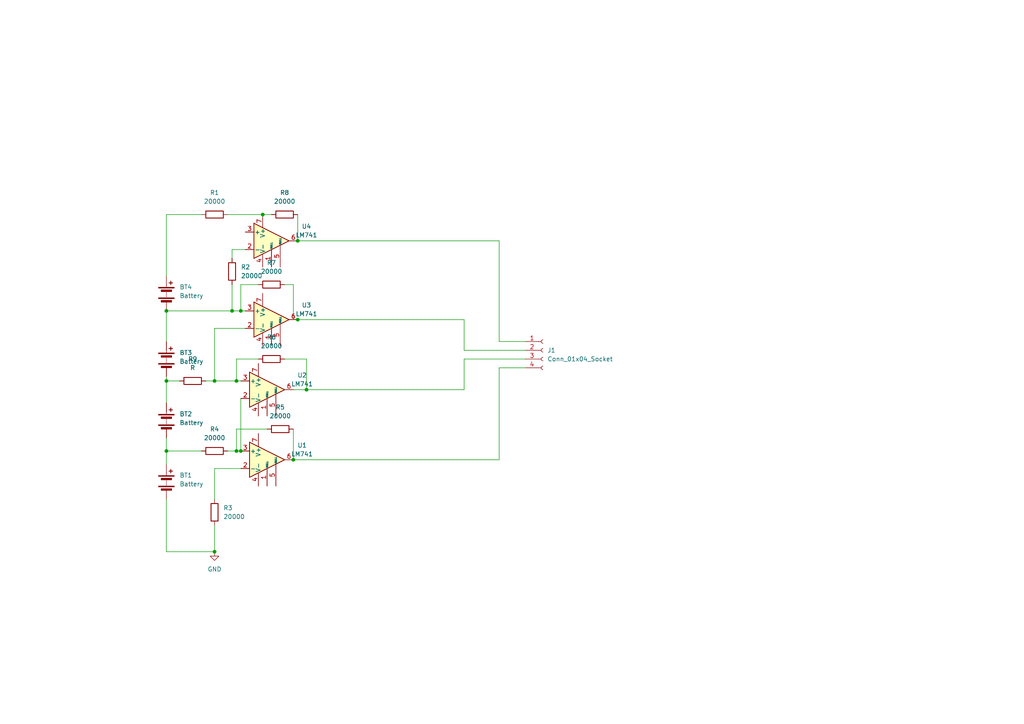
<source format=kicad_sch>
(kicad_sch (version 20230121) (generator eeschema)
  (paper "A4")
  (lib_symbols
    (symbol "Amplifier_Operational:LM741" (pin_names (offset 0.127))
      (property "Reference" "U" (at 0 6.35 0))
      (property "Value" "LM741" (at 0 3.81 0))
      (symbol "LM741_0_1"
        (polyline (pts (xy -5.08 5.08) (xy 5.08 0) (xy -5.08 -5.08) (xy -5.08 5.08)) (stroke (width 0.254)) (fill (type background)))
      )
      (symbol "LM741_1_1"
        (pin input line (at 0 -7.62 90) (length 5.08) (name "NULL") (number "1"))
        (pin input line (at -7.62 -2.54 0) (length 2.54) (name "-") (number "2"))
        (pin input line (at -7.62 2.54 0) (length 2.54) (name "+") (number "3"))
        (pin power_in line (at -2.54 -7.62 90) (length 3.81) (name "V-") (number "4"))
        (pin input line (at 2.54 -7.62 90) (length 6.35) (name "NULL") (number "5"))
        (pin output line (at 7.62 0 180) (length 2.54) (name "~") (number "6"))
        (pin power_in line (at -2.54 7.62 270) (length 3.81) (name "V+") (number "7"))
        (pin no_connect line (at 0 2.54 270) (length 2.54) hide (name "NC") (number "8"))
      )
    )
    (symbol "Connector:Conn_01x04_Socket" (pin_names (offset 1.016) hide)
      (property "Reference" "J" (at 0 5.08 0))
      (property "Value" "Conn_01x04_Socket" (at 0 -7.62 0))
      (symbol "Conn_01x04_Socket_1_1"
        (arc (start 0 -4.572) (mid -0.5058 -5.08) (end 0 -5.588) (stroke (width 0.1524)))
        (arc (start 0 -2.032) (mid -0.5058 -2.54) (end 0 -3.048) (stroke (width 0.1524)))
        (polyline (pts (xy -1.27 -5.08) (xy -0.508 -5.08)) (stroke (width 0.1524)))
        (polyline (pts (xy -1.27 -2.54) (xy -0.508 -2.54)) (stroke (width 0.1524)))
        (polyline (pts (xy -1.27 0) (xy -0.508 0)) (stroke (width 0.1524)))
        (polyline (pts (xy -1.27 2.54) (xy -0.508 2.54)) (stroke (width 0.1524)))
        (arc (start 0 0.508) (mid -0.5058 0) (end 0 -0.508) (stroke (width 0.1524)))
        (arc (start 0 3.048) (mid -0.5058 2.54) (end 0 2.032) (stroke (width 0.1524)))
        (pin passive line (at -5.08 2.54 0) (length 3.81) (name "Pin_1") (number "1"))
        (pin passive line (at -5.08 0 0) (length 3.81) (name "Pin_2") (number "2"))
        (pin passive line (at -5.08 -2.54 0) (length 3.81) (name "Pin_3") (number "3"))
        (pin passive line (at -5.08 -5.08 0) (length 3.81) (name "Pin_4") (number "4"))
      )
    )
    (symbol "Device:Battery" (pin_numbers hide) (pin_names (offset 0) hide)
      (property "Reference" "BT" (at 2.54 2.54 0))
      (property "Value" "Battery" (at 2.54 0 0))
      (symbol "Battery_0_1"
        (rectangle (start -2.286 -1.27) (end 2.286 -1.524) (fill (type outline)))
        (rectangle (start -2.286 1.778) (end 2.286 1.524) (fill (type outline)))
        (rectangle (start -1.524 -2.032) (end 1.524 -2.54) (fill (type outline)))
        (rectangle (start -1.524 1.016) (end 1.524 0.508) (fill (type outline)))
        (polyline (pts (xy 0 -1.016) (xy 0 -0.762)))
        (polyline (pts (xy 0 -0.508) (xy 0 -0.254)))
        (polyline (pts (xy 0 0) (xy 0 0.254)))
        (polyline (pts (xy 0 1.778) (xy 0 2.54)))
        (polyline (pts (xy 0.762 3.048) (xy 1.778 3.048)) (stroke (width 0.254)))
        (polyline (pts (xy 1.27 3.556) (xy 1.27 2.54)) (stroke (width 0.254)))
      )
      (symbol "Battery_1_1"
        (pin passive line (at 0 5.08 270) (length 2.54) (name "+") (number "1"))
        (pin passive line (at 0 -5.08 90) (length 2.54) (name "-") (number "2"))
      )
    )
    (symbol "Device:R" (pin_numbers hide) (pin_names (offset 0))
      (property "Reference" "R" (at 2.032 0 90))
      (property "Value" "R" (at 0 0 90))
      (symbol "R_0_1"
        (rectangle (start -1.016 -2.54) (end 1.016 2.54) (stroke (width 0.254)))
      )
      (symbol "R_1_1"
        (pin passive line (at 0 3.81 270) (length 1.27) (name "~") (number "1"))
        (pin passive line (at 0 -3.81 90) (length 1.27) (name "~") (number "2"))
      )
    )
    (symbol "power:GND" (power) (pin_names (offset 0))
      (property "Value" "GND" (at 0 -3.81 0))
      (symbol "GND_0_1"
        (polyline (pts (xy 0 0) (xy 0 -1.27) (xy 1.27 -1.27) (xy 0 -2.54) (xy -1.27 -1.27) (xy 0 -1.27)))
      )
      (symbol "GND_1_1"
        (pin power_in line (at 0 0 270) (length 0) hide (name "GND") (number "1"))
      )
    )
  )
  (junction (at 67.31 90.17))
  (junction (at 86.36 92.71))
  (junction (at 62.23 160.02))
  (junction (at 69.85 90.17))
  (junction (at 48.26 90.17))
  (junction (at 62.23 110.49))
  (junction (at 69.85 130.81))
  (junction (at 86.36 69.85))
  (junction (at 48.26 130.81))
  (junction (at 85.09 133.35))
  (junction (at 48.26 110.49))
  (junction (at 68.58 110.49))
  (junction (at 76.2 62.23))
  (junction (at 68.58 130.81))
  (junction (at 88.9 113.03))
  (wire (pts (xy 48.26 127) (xy 48.26 130.81)))
  (wire (pts (xy 77.47 124.46) (xy 68.58 124.46)))
  (wire (pts (xy 62.23 95.25) (xy 71.12 95.25)))
  (wire (pts (xy 134.62 101.6) (xy 152.4 101.6)))
  (wire (pts (xy 74.93 82.55) (xy 69.85 82.55)))
  (wire (pts (xy 68.58 130.81) (xy 69.85 130.81)))
  (wire (pts (xy 62.23 110.49) (xy 62.23 95.25)))
  (wire (pts (xy 48.26 62.23) (xy 58.42 62.23)))
  (wire (pts (xy 68.58 110.49) (xy 69.85 110.49)))
  (wire (pts (xy 59.69 110.49) (xy 62.23 110.49)))
  (wire (pts (xy 67.31 90.17) (xy 67.31 82.55)))
  (wire (pts (xy 82.55 82.55) (xy 85.09 82.55)))
  (wire (pts (xy 62.23 110.49) (xy 68.58 110.49)))
  (wire (pts (xy 48.26 110.49) (xy 48.26 116.84)))
  (wire (pts (xy 67.31 90.17) (xy 69.85 90.17)))
  (wire (pts (xy 86.36 62.23) (xy 86.36 69.85)))
  (wire (pts (xy 85.09 133.35) (xy 144.78 133.35)))
  (wire (pts (xy 74.93 104.14) (xy 68.58 104.14)))
  (wire (pts (xy 68.58 124.46) (xy 68.58 130.81)))
  (wire (pts (xy 67.31 74.93) (xy 67.31 72.39)))
  (wire (pts (xy 144.78 69.85) (xy 144.78 99.06)))
  (wire (pts (xy 134.62 92.71) (xy 134.62 101.6)))
  (wire (pts (xy 67.31 72.39) (xy 71.12 72.39)))
  (wire (pts (xy 66.04 62.23) (xy 76.2 62.23)))
  (wire (pts (xy 144.78 106.68) (xy 152.4 106.68)))
  (wire (pts (xy 69.85 82.55) (xy 69.85 90.17)))
  (wire (pts (xy 85.09 92.71) (xy 86.36 92.71)))
  (wire (pts (xy 48.26 109.22) (xy 48.26 110.49)))
  (wire (pts (xy 48.26 90.17) (xy 48.26 99.06)))
  (wire (pts (xy 144.78 99.06) (xy 152.4 99.06)))
  (wire (pts (xy 48.26 160.02) (xy 62.23 160.02)))
  (wire (pts (xy 85.09 124.46) (xy 85.09 133.35)))
  (wire (pts (xy 48.26 130.81) (xy 58.42 130.81)))
  (wire (pts (xy 69.85 90.17) (xy 71.12 90.17)))
  (wire (pts (xy 144.78 106.68) (xy 144.78 133.35)))
  (wire (pts (xy 62.23 144.78) (xy 62.23 135.89)))
  (wire (pts (xy 86.36 69.85) (xy 144.78 69.85)))
  (wire (pts (xy 66.04 130.81) (xy 68.58 130.81)))
  (wire (pts (xy 48.26 130.81) (xy 48.26 134.62)))
  (wire (pts (xy 88.9 104.14) (xy 88.9 113.03)))
  (wire (pts (xy 48.26 90.17) (xy 67.31 90.17)))
  (wire (pts (xy 48.26 80.01) (xy 48.26 62.23)))
  (wire (pts (xy 48.26 144.78) (xy 48.26 160.02)))
  (wire (pts (xy 62.23 160.02) (xy 62.23 152.4)))
  (wire (pts (xy 68.58 104.14) (xy 68.58 110.49)))
  (wire (pts (xy 82.55 104.14) (xy 88.9 104.14)))
  (wire (pts (xy 85.09 113.03) (xy 88.9 113.03)))
  (wire (pts (xy 48.26 110.49) (xy 52.07 110.49)))
  (wire (pts (xy 62.23 135.89) (xy 69.85 135.89)))
  (wire (pts (xy 134.62 104.14) (xy 152.4 104.14)))
  (wire (pts (xy 69.85 130.81) (xy 69.85 115.57)))
  (wire (pts (xy 88.9 113.03) (xy 134.62 113.03)))
  (wire (pts (xy 76.2 62.23) (xy 78.74 62.23)))
  (wire (pts (xy 85.09 82.55) (xy 85.09 92.71)))
  (wire (pts (xy 86.36 92.71) (xy 134.62 92.71)))
  (wire (pts (xy 134.62 104.14) (xy 134.62 113.03)))
  (symbol (lib_id "Device:R") (at 67.31 78.74 180) (unit 1)
    (property "Reference" "R2" (at 69.85 77.47 0) (effects (justify right)))
    (property "Value" "20000" (at 69.85 80.01 0) (effects (justify right)))
  )
  (symbol (lib_id "Amplifier_Operational:LM741") (at 78.74 92.71 0) (unit 1)
    (property "Reference" "U3" (at 88.9 88.5191 0))
    (property "Value" "LM741" (at 88.9 91.0591 0))
    (property "Datasheet" "http://www.ti.com/lit/ds/symlink/lm741.pdf" (effects hide))
  )
  (symbol (lib_id "Connector:Conn_01x04_Socket") (at 157.48 101.6 0) (unit 1)
    (property "Reference" "J1" (at 158.75 101.6 0) (effects (justify left)))
    (property "Value" "Conn_01x04_Socket" (at 158.75 104.14 0) (effects (justify left)))
  )
  (symbol (lib_id "Device:R") (at 82.55 62.23 90) (unit 1)
    (property "Reference" "R8" (at 82.55 55.88 90))
    (property "Value" "20000" (at 82.55 58.42 90))
  )
  (symbol (lib_id "Amplifier_Operational:LM741") (at 77.47 133.35 0) (unit 1)
    (property "Reference" "U1" (at 87.63 129.1591 0))
    (property "Value" "LM741" (at 87.63 131.6991 0))
    (property "Datasheet" "http://www.ti.com/lit/ds/symlink/lm741.pdf" (effects hide))
  )
  (symbol (lib_id "Amplifier_Operational:LM741") (at 77.47 113.03 0) (unit 1)
    (property "Reference" "U2" (at 87.63 108.8391 0))
    (property "Value" "LM741" (at 87.63 111.3791 0))
    (property "Datasheet" "http://www.ti.com/lit/ds/symlink/lm741.pdf" (effects hide))
  )
  (symbol (lib_id "Device:R") (at 81.28 124.46 90) (unit 1)
    (property "Reference" "R5" (at 81.28 118.11 90))
    (property "Value" "20000" (at 81.28 120.65 90))
  )
  (symbol (lib_id "Device:R") (at 62.23 130.81 90) (unit 1)
    (property "Reference" "R4" (at 62.23 124.46 90))
    (property "Value" "20000" (at 62.23 127 90))
  )
  (symbol (lib_id "Amplifier_Operational:LM741") (at 78.74 69.85 0) (unit 1)
    (property "Reference" "U4" (at 88.9 65.6591 0))
    (property "Value" "LM741" (at 88.9 68.1991 0))
    (property "Datasheet" "http://www.ti.com/lit/ds/symlink/lm741.pdf" (effects hide))
  )
  (symbol (lib_id "Device:Battery") (at 48.26 139.7 0) (unit 1)
    (property "Reference" "BT1" (at 52.07 137.8585 0) (effects (justify left)))
    (property "Value" "Battery" (at 52.07 140.3985 0) (effects (justify left)))
  )
  (symbol (lib_id "Device:R") (at 62.23 148.59 180) (unit 1)
    (property "Reference" "R3" (at 64.77 147.32 0) (effects (justify right)))
    (property "Value" "20000" (at 64.77 149.86 0) (effects (justify right)))
  )
  (symbol (lib_id "Device:R") (at 78.74 82.55 90) (unit 1)
    (property "Reference" "R7" (at 78.74 76.2 90))
    (property "Value" "20000" (at 78.74 78.74 90))
  )
  (symbol (lib_id "Device:R") (at 55.88 110.49 90) (unit 1)
    (property "Reference" "R9" (at 55.88 104.14 90))
    (property "Value" "R" (at 55.88 106.68 90))
  )
  (symbol (lib_id "Device:Battery") (at 48.26 85.09 0) (unit 1)
    (property "Reference" "BT4" (at 52.07 83.2485 0) (effects (justify left)))
    (property "Value" "Battery" (at 52.07 85.7885 0) (effects (justify left)))
  )
  (symbol (lib_id "Device:R") (at 62.23 62.23 90) (unit 1)
    (property "Reference" "R1" (at 62.23 55.88 90))
    (property "Value" "20000" (at 62.23 58.42 90))
  )
  (symbol (lib_id "Device:R") (at 78.74 104.14 90) (unit 1)
    (property "Reference" "R6" (at 78.74 97.79 90))
    (property "Value" "20000" (at 78.74 100.33 90))
  )
  (symbol (lib_id "power:GND") (at 62.23 160.02 0) (unit 1)
    (property "Reference" "#PWR01" (effects hide))
    (property "Value" "GND" (at 62.23 165.1 0))
  )
  (symbol (lib_id "Device:Battery") (at 48.26 104.14 0) (unit 1)
    (property "Reference" "BT3" (at 52.07 102.2985 0) (effects (justify left)))
    (property "Value" "Battery" (at 52.07 104.8385 0) (effects (justify left)))
  )
  (symbol (lib_id "Device:Battery") (at 48.26 121.92 0) (unit 1)
    (property "Reference" "BT2" (at 52.07 120.0785 0) (effects (justify left)))
    (property "Value" "Battery" (at 52.07 122.6185 0) (effects (justify left)))
  )
)
</source>
